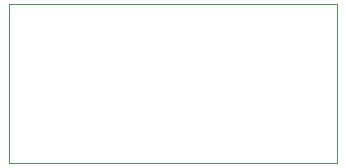
<source format=gbr>
%TF.GenerationSoftware,KiCad,Pcbnew,7.0.10*%
%TF.CreationDate,2024-06-25T16:53:40+01:00*%
%TF.ProjectId,REPLICATE_glue_potentiometer,5245504c-4943-4415-9445-5f676c75655f,rev?*%
%TF.SameCoordinates,Original*%
%TF.FileFunction,Profile,NP*%
%FSLAX46Y46*%
G04 Gerber Fmt 4.6, Leading zero omitted, Abs format (unit mm)*
G04 Created by KiCad (PCBNEW 7.0.10) date 2024-06-25 16:53:40*
%MOMM*%
%LPD*%
G01*
G04 APERTURE LIST*
%TA.AperFunction,Profile*%
%ADD10C,0.100000*%
%TD*%
G04 APERTURE END LIST*
D10*
X16850001Y-28525001D02*
X44650001Y-28525001D01*
X44650001Y-42025001D01*
X16850001Y-42025001D01*
X16850001Y-28525001D01*
M02*

</source>
